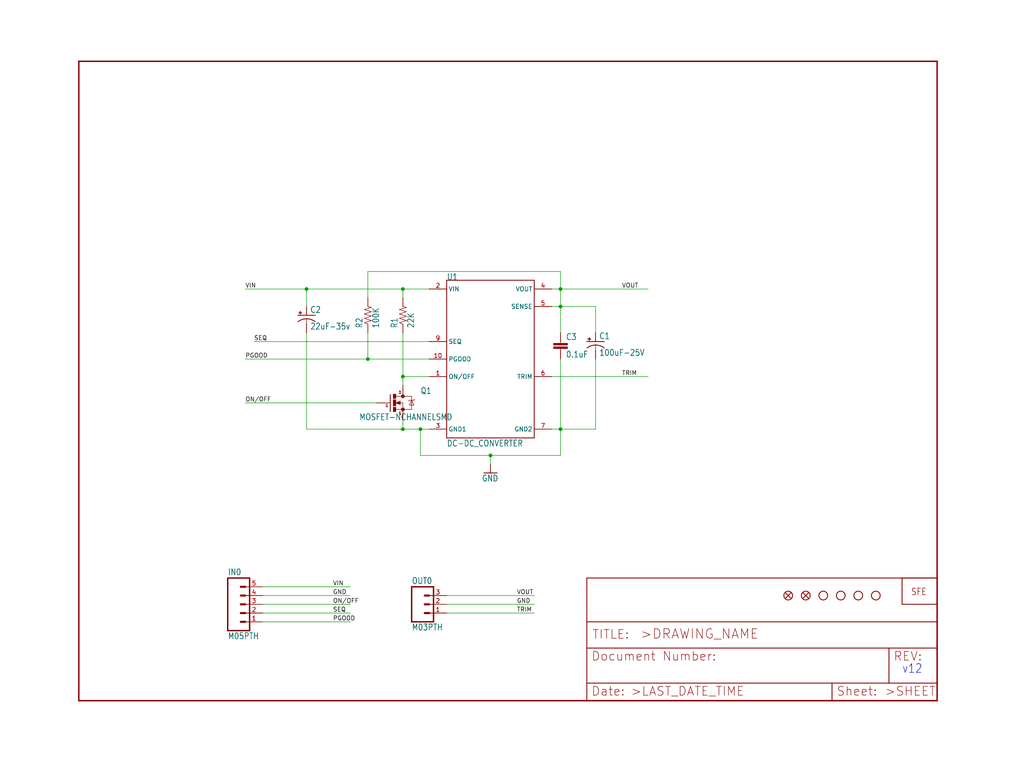
<source format=kicad_sch>
(kicad_sch (version 20211123) (generator eeschema)
  (paper "User" 297.002 223.926)
  (lib_symbols
    (symbol "eagleSchem-eagle-import:CAP0603-CAP"
      (property "Reference" "C" (at 1.524 2.921 0))
      (property "Value" "CAP0603-CAP" (at 1.524 -2.159 0))
      (symbol "CAP0603-CAP_1_0"
        (rectangle (start -2.032 0.508) (end 2.032 1.016) (fill (type outline)))
        (rectangle (start -2.032 1.524) (end 2.032 2.032) (fill (type outline)))
        (polyline (pts (xy 0 0) (xy 0 0.508)) (stroke (width 0.1524)))
        (polyline (pts (xy 0 2.54) (xy 0 2.032)) (stroke (width 0.1524)))
        (pin passive line (at 0 5.08 270) (length 2.54) (name "1") (number "1"))
        (pin passive line (at 0 -2.54 90) (length 2.54) (name "2") (number "2"))
      )
    )
    (symbol "eagleSchem-eagle-import:CAP_POL"
      (property "Reference" "C" (at 1.016 0.635 0))
      (property "Value" "CAP_POL" (at 1.016 -4.191 0))
      (symbol "CAP_POL_1_0"
        (rectangle (start -2.253 0.668) (end -1.364 0.795) (fill (type outline)))
        (rectangle (start -1.872 0.287) (end -1.745 1.176) (fill (type outline)))
        (arc (start 0 -1.0161) (mid -1.3021 -1.2302) (end -2.4669 -1.8504) (stroke (width 0.254)))
        (polyline (pts (xy -2.54 0) (xy 2.54 0)) (stroke (width 0.254)))
        (polyline (pts (xy 0 -1.016) (xy 0 -2.54)) (stroke (width 0.1524)))
        (arc (start 2.4892 -1.8542) (mid 1.3158 -1.2195) (end 0 -1) (stroke (width 0.254)))
        (pin passive line (at 0 2.54 270) (length 2.54) (name "+") (number "+"))
        (pin passive line (at 0 -5.08 90) (length 2.54) (name "-") (number "-"))
      )
    )
    (symbol "eagleSchem-eagle-import:CAP_POLC"
      (property "Reference" "C" (at 1.016 0.635 0))
      (property "Value" "CAP_POLC" (at 1.016 -4.191 0))
      (symbol "CAP_POLC_1_0"
        (rectangle (start -2.253 0.668) (end -1.364 0.795) (fill (type outline)))
        (rectangle (start -1.872 0.287) (end -1.745 1.176) (fill (type outline)))
        (arc (start 0 -1.0161) (mid -1.3021 -1.2302) (end -2.4669 -1.8504) (stroke (width 0.254)))
        (polyline (pts (xy -2.54 0) (xy 2.54 0)) (stroke (width 0.254)))
        (polyline (pts (xy 0 -1.016) (xy 0 -2.54)) (stroke (width 0.1524)))
        (arc (start 2.4892 -1.8542) (mid 1.3158 -1.2195) (end 0 -1) (stroke (width 0.254)))
        (pin passive line (at 0 2.54 270) (length 2.54) (name "+") (number "+"))
        (pin passive line (at 0 -5.08 90) (length 2.54) (name "-") (number "-"))
      )
    )
    (symbol "eagleSchem-eagle-import:DC-DC_CONVERTER"
      (property "Value" "DC-DC_CONVERTER" (at -12.7 -25.4 0))
      (symbol "DC-DC_CONVERTER_1_0"
        (polyline (pts (xy -12.7 -22.86) (xy 12.7 -22.86)) (stroke (width 0.254)))
        (polyline (pts (xy -12.7 22.86) (xy -12.7 -22.86)) (stroke (width 0.254)))
        (polyline (pts (xy 12.7 -22.86) (xy 12.7 22.86)) (stroke (width 0.254)))
        (polyline (pts (xy 12.7 22.86) (xy -12.7 22.86)) (stroke (width 0.254)))
        (pin bidirectional line (at -17.78 -5.08 0) (length 5.08) (name "ON/OFF") (number "1"))
        (pin bidirectional line (at -17.78 0 0) (length 5.08) (name "PGOOD") (number "10"))
        (pin bidirectional line (at -17.78 20.32 0) (length 5.08) (name "VIN") (number "2"))
        (pin bidirectional line (at -17.78 -20.32 0) (length 5.08) (name "GND1") (number "3"))
        (pin bidirectional line (at 17.78 20.32 180) (length 5.08) (name "VOUT") (number "4"))
        (pin bidirectional line (at 17.78 15.24 180) (length 5.08) (name "SENSE") (number "5"))
        (pin bidirectional line (at 17.78 -5.08 180) (length 5.08) (name "TRIM") (number "6"))
        (pin bidirectional line (at 17.78 -20.32 180) (length 5.08) (name "GND2") (number "7"))
        (pin bidirectional line (at -17.78 5.08 0) (length 5.08) (name "SEQ") (number "9"))
      )
    )
    (symbol "eagleSchem-eagle-import:FIDUCIAL1X2"
      (symbol "FIDUCIAL1X2_1_0"
        (polyline (pts (xy -0.762 0.762) (xy 0.762 -0.762)) (stroke (width 0.254)))
        (polyline (pts (xy 0.762 0.762) (xy -0.762 -0.762)) (stroke (width 0.254)))
        (circle (center 0 0) (radius 1.27) (stroke (width 0.254)))
      )
    )
    (symbol "eagleSchem-eagle-import:FRAME-LETTER"
      (symbol "FRAME-LETTER_1_0"
        (polyline (pts (xy 0 0) (xy 248.92 0)) (stroke (width 0.4064)))
        (polyline (pts (xy 0 185.42) (xy 0 0)) (stroke (width 0.4064)))
        (polyline (pts (xy 0 185.42) (xy 248.92 185.42)) (stroke (width 0.4064)))
        (polyline (pts (xy 248.92 185.42) (xy 248.92 0)) (stroke (width 0.4064)))
      )
      (symbol "FRAME-LETTER_2_0"
        (polyline (pts (xy 0 0) (xy 0 5.08)) (stroke (width 0.254)))
        (polyline (pts (xy 0 0) (xy 71.12 0)) (stroke (width 0.254)))
        (polyline (pts (xy 0 5.08) (xy 0 15.24)) (stroke (width 0.254)))
        (polyline (pts (xy 0 5.08) (xy 71.12 5.08)) (stroke (width 0.254)))
        (polyline (pts (xy 0 15.24) (xy 0 22.86)) (stroke (width 0.254)))
        (polyline (pts (xy 0 22.86) (xy 0 35.56)) (stroke (width 0.254)))
        (polyline (pts (xy 0 22.86) (xy 101.6 22.86)) (stroke (width 0.254)))
        (polyline (pts (xy 71.12 0) (xy 101.6 0)) (stroke (width 0.254)))
        (polyline (pts (xy 71.12 5.08) (xy 71.12 0)) (stroke (width 0.254)))
        (polyline (pts (xy 71.12 5.08) (xy 87.63 5.08)) (stroke (width 0.254)))
        (polyline (pts (xy 87.63 5.08) (xy 101.6 5.08)) (stroke (width 0.254)))
        (polyline (pts (xy 87.63 15.24) (xy 0 15.24)) (stroke (width 0.254)))
        (polyline (pts (xy 87.63 15.24) (xy 87.63 5.08)) (stroke (width 0.254)))
        (polyline (pts (xy 101.6 5.08) (xy 101.6 0)) (stroke (width 0.254)))
        (polyline (pts (xy 101.6 15.24) (xy 87.63 15.24)) (stroke (width 0.254)))
        (polyline (pts (xy 101.6 15.24) (xy 101.6 5.08)) (stroke (width 0.254)))
        (polyline (pts (xy 101.6 22.86) (xy 101.6 15.24)) (stroke (width 0.254)))
        (polyline (pts (xy 101.6 35.56) (xy 0 35.56)) (stroke (width 0.254)))
        (polyline (pts (xy 101.6 35.56) (xy 101.6 22.86)) (stroke (width 0.254)))
        (text ">DRAWING_NAME" (at 15.494 17.78 0) (effects (font (size 2.7432 2.7432)) (justify left bottom)))
        (text ">LAST_DATE_TIME" (at 12.7 1.27 0) (effects (font (size 2.54 2.54)) (justify left bottom)))
        (text ">SHEET" (at 86.36 1.27 0) (effects (font (size 2.54 2.54)) (justify left bottom)))
        (text "Date:" (at 1.27 1.27 0) (effects (font (size 2.54 2.54)) (justify left bottom)))
        (text "Document Number:" (at 1.27 11.43 0) (effects (font (size 2.54 2.54)) (justify left bottom)))
        (text "REV:" (at 88.9 11.43 0) (effects (font (size 2.54 2.54)) (justify left bottom)))
        (text "Sheet:" (at 72.39 1.27 0) (effects (font (size 2.54 2.54)) (justify left bottom)))
        (text "TITLE:" (at 1.524 17.78 0) (effects (font (size 2.54 2.54)) (justify left bottom)))
      )
    )
    (symbol "eagleSchem-eagle-import:GND" (power)
      (property "Value" "GND" (at -2.54 -2.54 0))
      (symbol "GND_1_0"
        (polyline (pts (xy -1.905 0) (xy 1.905 0)) (stroke (width 0.254)))
        (pin power_in line (at 0 2.54 270) (length 2.54) (name "GND") (number "1"))
      )
    )
    (symbol "eagleSchem-eagle-import:LOGO-SFENEW"
      (symbol "LOGO-SFENEW_1_0"
        (polyline (pts (xy -2.54 -2.54) (xy 7.62 -2.54)) (stroke (width 0.254)))
        (polyline (pts (xy -2.54 5.08) (xy -2.54 -2.54)) (stroke (width 0.254)))
        (polyline (pts (xy 7.62 -2.54) (xy 7.62 5.08)) (stroke (width 0.254)))
        (polyline (pts (xy 7.62 5.08) (xy -2.54 5.08)) (stroke (width 0.254)))
        (text "SFE" (at 0 0 0) (effects (font (size 1.9304 1.6408)) (justify left bottom)))
      )
    )
    (symbol "eagleSchem-eagle-import:M03PTH"
      (property "Reference" "JP" (at -2.54 5.842 0))
      (property "Value" "M03PTH" (at -2.54 -7.62 0))
      (symbol "M03PTH_1_0"
        (polyline (pts (xy -2.54 5.08) (xy -2.54 -5.08)) (stroke (width 0.4064)))
        (polyline (pts (xy -2.54 5.08) (xy 3.81 5.08)) (stroke (width 0.4064)))
        (polyline (pts (xy 1.27 -2.54) (xy 2.54 -2.54)) (stroke (width 0.6096)))
        (polyline (pts (xy 1.27 0) (xy 2.54 0)) (stroke (width 0.6096)))
        (polyline (pts (xy 1.27 2.54) (xy 2.54 2.54)) (stroke (width 0.6096)))
        (polyline (pts (xy 3.81 -5.08) (xy -2.54 -5.08)) (stroke (width 0.4064)))
        (polyline (pts (xy 3.81 -5.08) (xy 3.81 5.08)) (stroke (width 0.4064)))
        (pin passive line (at 7.62 -2.54 180) (length 5.08) (name "1") (number "1"))
        (pin passive line (at 7.62 0 180) (length 5.08) (name "2") (number "2"))
        (pin passive line (at 7.62 2.54 180) (length 5.08) (name "3") (number "3"))
      )
    )
    (symbol "eagleSchem-eagle-import:M05PTH"
      (property "Reference" "JP" (at -2.54 8.382 0))
      (property "Value" "M05PTH" (at -2.54 -10.16 0))
      (symbol "M05PTH_1_0"
        (polyline (pts (xy -2.54 7.62) (xy -2.54 -7.62)) (stroke (width 0.4064)))
        (polyline (pts (xy -2.54 7.62) (xy 3.81 7.62)) (stroke (width 0.4064)))
        (polyline (pts (xy 1.27 -5.08) (xy 2.54 -5.08)) (stroke (width 0.6096)))
        (polyline (pts (xy 1.27 -2.54) (xy 2.54 -2.54)) (stroke (width 0.6096)))
        (polyline (pts (xy 1.27 0) (xy 2.54 0)) (stroke (width 0.6096)))
        (polyline (pts (xy 1.27 2.54) (xy 2.54 2.54)) (stroke (width 0.6096)))
        (polyline (pts (xy 1.27 5.08) (xy 2.54 5.08)) (stroke (width 0.6096)))
        (polyline (pts (xy 3.81 -7.62) (xy -2.54 -7.62)) (stroke (width 0.4064)))
        (polyline (pts (xy 3.81 -7.62) (xy 3.81 7.62)) (stroke (width 0.4064)))
        (pin passive line (at 7.62 -5.08 180) (length 5.08) (name "1") (number "1"))
        (pin passive line (at 7.62 -2.54 180) (length 5.08) (name "2") (number "2"))
        (pin passive line (at 7.62 0 180) (length 5.08) (name "3") (number "3"))
        (pin passive line (at 7.62 2.54 180) (length 5.08) (name "4") (number "4"))
        (pin passive line (at 7.62 5.08 180) (length 5.08) (name "5") (number "5"))
      )
    )
    (symbol "eagleSchem-eagle-import:MOSFET-NCHANNELSMD"
      (property "Reference" "Q" (at 5.08 2.54 0))
      (property "Value" "MOSFET-NCHANNELSMD" (at 5.08 0 0))
      (symbol "MOSFET-NCHANNELSMD_1_0"
        (rectangle (start -2.794 -2.54) (end -2.032 -1.27) (fill (type outline)))
        (rectangle (start -2.794 -0.889) (end -2.032 0.889) (fill (type outline)))
        (rectangle (start -2.794 1.27) (end -2.032 2.54) (fill (type outline)))
        (circle (center 0 -1.905) (radius 0.127) (stroke (width 0.4064)))
        (polyline (pts (xy -3.81 0) (xy -5.08 0)) (stroke (width 0.1524)))
        (polyline (pts (xy -3.6576 2.413) (xy -3.6576 -2.54)) (stroke (width 0.254)))
        (polyline (pts (xy -2.032 -1.905) (xy 0 -1.905)) (stroke (width 0.1524)))
        (polyline (pts (xy -2.032 0) (xy -0.762 -0.508)) (stroke (width 0.1524)))
        (polyline (pts (xy -1.778 0) (xy -0.889 -0.254)) (stroke (width 0.3048)))
        (polyline (pts (xy -0.889 -0.254) (xy -0.889 0)) (stroke (width 0.3048)))
        (polyline (pts (xy -0.889 0) (xy -1.143 0)) (stroke (width 0.3048)))
        (polyline (pts (xy -0.889 0) (xy 0 0)) (stroke (width 0.1524)))
        (polyline (pts (xy -0.889 0.254) (xy -1.778 0)) (stroke (width 0.3048)))
        (polyline (pts (xy -0.762 -0.508) (xy -0.762 0.508)) (stroke (width 0.1524)))
        (polyline (pts (xy -0.762 0.508) (xy -2.032 0)) (stroke (width 0.1524)))
        (polyline (pts (xy 0 -1.905) (xy 0 -2.54)) (stroke (width 0.1524)))
        (polyline (pts (xy 0 0) (xy 0 -1.905)) (stroke (width 0.1524)))
        (polyline (pts (xy 0 1.905) (xy -2.0066 1.905)) (stroke (width 0.1524)))
        (polyline (pts (xy 0 1.905) (xy 2.54 1.905)) (stroke (width 0.1524)))
        (polyline (pts (xy 0 2.54) (xy 0 1.905)) (stroke (width 0.1524)))
        (polyline (pts (xy 1.905 -0.635) (xy 3.175 -0.635)) (stroke (width 0.1524)))
        (polyline (pts (xy 1.905 0.762) (xy 1.651 0.508)) (stroke (width 0.1524)))
        (polyline (pts (xy 1.905 0.762) (xy 2.54 0.762)) (stroke (width 0.1524)))
        (polyline (pts (xy 2.54 -1.905) (xy 0 -1.905)) (stroke (width 0.1524)))
        (polyline (pts (xy 2.54 0.762) (xy 1.905 -0.635)) (stroke (width 0.1524)))
        (polyline (pts (xy 2.54 0.762) (xy 2.54 -1.905)) (stroke (width 0.1524)))
        (polyline (pts (xy 2.54 0.762) (xy 3.175 0.762)) (stroke (width 0.1524)))
        (polyline (pts (xy 2.54 1.905) (xy 2.54 0.762)) (stroke (width 0.1524)))
        (polyline (pts (xy 3.175 -0.635) (xy 2.54 0.762)) (stroke (width 0.1524)))
        (polyline (pts (xy 3.175 0.762) (xy 3.429 1.016)) (stroke (width 0.1524)))
        (circle (center 0 1.905) (radius 0.127) (stroke (width 0.4064)))
        (text "D" (at -1.27 2.54 0) (effects (font (size 0.8128 0.6908)) (justify left bottom)))
        (text "G" (at -5.08 -1.27 0) (effects (font (size 0.8128 0.6908)) (justify left bottom)))
        (text "S" (at -1.27 -3.556 0) (effects (font (size 0.8128 0.6908)) (justify left bottom)))
        (pin passive line (at -7.62 0 0) (length 2.54) (name "G") (number "1"))
        (pin passive line (at 0 -5.08 90) (length 2.54) (name "S") (number "2"))
        (pin passive line (at 0 5.08 270) (length 2.54) (name "D") (number "3"))
      )
    )
    (symbol "eagleSchem-eagle-import:RESISTOR0603-RES"
      (property "Reference" "R" (at -3.81 1.4986 0))
      (property "Value" "RESISTOR0603-RES" (at -3.81 -3.302 0))
      (symbol "RESISTOR0603-RES_1_0"
        (polyline (pts (xy -2.54 0) (xy -2.159 1.016)) (stroke (width 0.1524)))
        (polyline (pts (xy -2.159 1.016) (xy -1.524 -1.016)) (stroke (width 0.1524)))
        (polyline (pts (xy -1.524 -1.016) (xy -0.889 1.016)) (stroke (width 0.1524)))
        (polyline (pts (xy -0.889 1.016) (xy -0.254 -1.016)) (stroke (width 0.1524)))
        (polyline (pts (xy -0.254 -1.016) (xy 0.381 1.016)) (stroke (width 0.1524)))
        (polyline (pts (xy 0.381 1.016) (xy 1.016 -1.016)) (stroke (width 0.1524)))
        (polyline (pts (xy 1.016 -1.016) (xy 1.651 1.016)) (stroke (width 0.1524)))
        (polyline (pts (xy 1.651 1.016) (xy 2.286 -1.016)) (stroke (width 0.1524)))
        (polyline (pts (xy 2.286 -1.016) (xy 2.54 0)) (stroke (width 0.1524)))
        (pin passive line (at -5.08 0 0) (length 2.54) (name "1") (number "1"))
        (pin passive line (at 5.08 0 180) (length 2.54) (name "2") (number "2"))
      )
    )
    (symbol "eagleSchem-eagle-import:STAND-OFF"
      (symbol "STAND-OFF_1_0"
        (circle (center 0 0) (radius 1.27) (stroke (width 0.254)))
      )
    )
  )
  (junction (at 116.84 83.82))
  (junction (at 142.24 132.08))
  (junction (at 106.68 104.14))
  (junction (at 162.56 88.9))
  (junction (at 162.56 124.46))
  (junction (at 88.9 83.82))
  (junction (at 121.92 124.46))
  (junction (at 162.56 83.82))
  (junction (at 116.84 124.46))
  (junction (at 116.84 109.22))
  (wire (pts (xy 160.02 109.22) (xy 187.96 109.22)))
  (wire (pts (xy 106.68 86.36) (xy 106.68 78.74)))
  (wire (pts (xy 88.9 96.52) (xy 88.9 124.46)))
  (wire (pts (xy 162.56 132.08) (xy 162.56 124.46)))
  (wire (pts (xy 106.68 78.74) (xy 162.56 78.74)))
  (wire (pts (xy 76.2 177.8) (xy 101.6 177.8)))
  (wire (pts (xy 121.92 132.08) (xy 142.24 132.08)))
  (wire (pts (xy 76.2 180.34) (xy 101.6 180.34)))
  (wire (pts (xy 172.72 88.9) (xy 162.56 88.9)))
  (wire (pts (xy 124.46 124.46) (xy 121.92 124.46)))
  (wire (pts (xy 106.68 96.52) (xy 106.68 104.14)))
  (wire (pts (xy 76.2 172.72) (xy 101.6 172.72)))
  (wire (pts (xy 121.92 124.46) (xy 121.92 132.08)))
  (wire (pts (xy 88.9 88.9) (xy 88.9 83.82)))
  (wire (pts (xy 162.56 88.9) (xy 162.56 83.82)))
  (wire (pts (xy 129.54 172.72) (xy 154.94 172.72)))
  (wire (pts (xy 162.56 96.52) (xy 162.56 88.9)))
  (wire (pts (xy 106.68 104.14) (xy 71.12 104.14)))
  (wire (pts (xy 76.2 175.26) (xy 101.6 175.26)))
  (wire (pts (xy 160.02 83.82) (xy 162.56 83.82)))
  (wire (pts (xy 116.84 124.46) (xy 121.92 124.46)))
  (wire (pts (xy 76.2 170.18) (xy 101.6 170.18)))
  (wire (pts (xy 172.72 124.46) (xy 162.56 124.46)))
  (wire (pts (xy 116.84 96.52) (xy 116.84 109.22)))
  (wire (pts (xy 116.84 109.22) (xy 116.84 111.76)))
  (wire (pts (xy 172.72 88.9) (xy 172.72 96.52)))
  (wire (pts (xy 116.84 83.82) (xy 116.84 86.36)))
  (wire (pts (xy 124.46 104.14) (xy 106.68 104.14)))
  (wire (pts (xy 124.46 83.82) (xy 116.84 83.82)))
  (wire (pts (xy 116.84 121.92) (xy 116.84 124.46)))
  (wire (pts (xy 172.72 104.14) (xy 172.72 124.46)))
  (wire (pts (xy 129.54 175.26) (xy 154.94 175.26)))
  (wire (pts (xy 162.56 124.46) (xy 160.02 124.46)))
  (wire (pts (xy 162.56 83.82) (xy 187.96 83.82)))
  (wire (pts (xy 124.46 109.22) (xy 116.84 109.22)))
  (wire (pts (xy 88.9 83.82) (xy 71.12 83.82)))
  (wire (pts (xy 142.24 132.08) (xy 162.56 132.08)))
  (wire (pts (xy 142.24 134.62) (xy 142.24 132.08)))
  (wire (pts (xy 160.02 88.9) (xy 162.56 88.9)))
  (wire (pts (xy 124.46 99.06) (xy 73.66 99.06)))
  (wire (pts (xy 129.54 177.8) (xy 154.94 177.8)))
  (wire (pts (xy 109.22 116.84) (xy 71.12 116.84)))
  (wire (pts (xy 116.84 83.82) (xy 88.9 83.82)))
  (wire (pts (xy 162.56 104.14) (xy 162.56 124.46)))
  (wire (pts (xy 116.84 124.46) (xy 88.9 124.46)))
  (wire (pts (xy 162.56 78.74) (xy 162.56 83.82)))
  (text "v12" (at 261.62 195.58 180) (effects (font (size 2.54 2.159)) (justify left bottom)))
  (label "PGOOD" (at 71.12 104.14 0) (effects (font (size 1.2446 1.2446))))
  (label "ON/OFF" (at 96.52 175.26 0) (effects (font (size 1.2446 1.2446))))
  (label "VIN" (at 71.12 83.82 0) (effects (font (size 1.2446 1.2446))))
  (label "GND" (at 149.86 175.26 0) (effects (font (size 1.2446 1.2446))))
  (label "VOUT" (at 180.34 83.82 0) (effects (font (size 1.2446 1.2446))))
  (label "PGOOD" (at 96.52 180.34 0) (effects (font (size 1.2446 1.2446))))
  (label "VOUT" (at 149.86 172.72 0) (effects (font (size 1.2446 1.2446))))
  (label "SEQ" (at 96.52 177.8 0) (effects (font (size 1.2446 1.2446))))
  (label "VIN" (at 96.52 170.18 0) (effects (font (size 1.2446 1.2446))))
  (label "ON/OFF" (at 71.12 116.84 0) (effects (font (size 1.2446 1.2446))))
  (label "TRIM" (at 149.86 177.8 0) (effects (font (size 1.2446 1.2446))))
  (label "TRIM" (at 180.34 109.22 0) (effects (font (size 1.2446 1.2446))))
  (label "GND" (at 96.52 172.72 0) (effects (font (size 1.2446 1.2446))))
  (label "SEQ" (at 73.66 99.06 0) (effects (font (size 1.2446 1.2446))))
  (symbol (lib_id "eagleSchem-eagle-import:FIDUCIAL1X2") (at 228.6 172.72 0) (unit 1)
    (property "Reference" "FID2" (effects hide))
    (property "Value" "FIDUCIAL1X2" (effects hide))
    (property "Footprint" "eagleSchem:FIDUCIAL-1X2" (effects hide))
  )
  (symbol (lib_id "eagleSchem-eagle-import:STAND-OFF") (at 243.84 172.72 0) (unit 1)
    (property "Reference" "U$4" (effects hide))
    (property "Value" "STAND-OFF" (effects hide))
    (property "Footprint" "eagleSchem:STAND-OFF" (effects hide))
  )
  (symbol (lib_id "eagleSchem-eagle-import:STAND-OFF") (at 238.76 172.72 0) (unit 1)
    (property "Reference" "U$5" (effects hide))
    (property "Value" "STAND-OFF" (effects hide))
    (property "Footprint" "eagleSchem:STAND-OFF" (effects hide))
  )
  (symbol (lib_id "eagleSchem-eagle-import:M03PTH") (at 121.92 175.26 0) (unit 1)
    (property "Reference" "OUT0" (at 119.38 169.418 0) (effects (font (size 1.778 1.5113)) (justify left bottom)))
    (property "Value" "M03PTH" (at 119.38 182.88 0) (effects (font (size 1.778 1.5113)) (justify left bottom)))
    (property "Footprint" "eagleSchem:1X03" (effects hide))
  )
  (symbol (lib_id "eagleSchem-eagle-import:STAND-OFF") (at 248.92 172.72 0) (unit 1)
    (property "Reference" "U$3" (effects hide))
    (property "Value" "STAND-OFF" (effects hide))
    (property "Footprint" "eagleSchem:STAND-OFF" (effects hide))
  )
  (symbol (lib_id "eagleSchem-eagle-import:CAP_POLC") (at 88.9 91.44 0) (unit 1)
    (property "Reference" "C2" (at 89.916 90.805 0) (effects (font (size 1.778 1.5113)) (justify left bottom)))
    (property "Value" "22uF-35v" (at 89.916 95.631 0) (effects (font (size 1.778 1.5113)) (justify left bottom)))
    (property "Footprint" "eagleSchem:PANASONIC_C" (effects hide))
  )
  (symbol (lib_id "eagleSchem-eagle-import:LOGO-SFENEW") (at 264.16 172.72 0) (unit 1)
    (property "Reference" "U$2" (effects hide))
    (property "Value" "LOGO-SFENEW" (effects hide))
    (property "Footprint" "eagleSchem:SFE-NEW-WEBLOGO" (effects hide))
  )
  (symbol (lib_id "eagleSchem-eagle-import:CAP_POL") (at 172.72 99.06 0) (unit 1)
    (property "Reference" "C1" (at 173.736 98.425 0) (effects (font (size 1.778 1.5113)) (justify left bottom)))
    (property "Value" "100uF-25V" (at 173.736 103.251 0) (effects (font (size 1.778 1.5113)) (justify left bottom)))
    (property "Footprint" "eagleSchem:NIPPON_F80" (effects hide))
  )
  (symbol (lib_id "eagleSchem-eagle-import:CAP0603-CAP") (at 162.56 101.6 0) (unit 1)
    (property "Reference" "C3" (at 164.084 98.679 0) (effects (font (size 1.778 1.5113)) (justify left bottom)))
    (property "Value" "0.1uF" (at 164.084 103.759 0) (effects (font (size 1.778 1.5113)) (justify left bottom)))
    (property "Footprint" "eagleSchem:0603-CAP" (effects hide))
  )
  (symbol (lib_id "eagleSchem-eagle-import:FRAME-LETTER") (at 22.86 203.2 0) (unit 1)
    (property "Reference" "#FRAME1" (effects hide))
    (property "Value" "FRAME-LETTER" (effects hide))
    (property "Footprint" "eagleSchem:" (effects hide))
  )
  (symbol (lib_id "eagleSchem-eagle-import:RESISTOR0603-RES") (at 106.68 91.44 90) (unit 1)
    (property "Reference" "R2" (at 105.1814 95.25 0) (effects (font (size 1.778 1.5113)) (justify left bottom)))
    (property "Value" "100K" (at 109.982 95.25 0) (effects (font (size 1.778 1.5113)) (justify left bottom)))
    (property "Footprint" "eagleSchem:0603-RES" (effects hide))
  )
  (symbol (lib_id "eagleSchem-eagle-import:STAND-OFF") (at 254 172.72 0) (unit 1)
    (property "Reference" "U$1" (effects hide))
    (property "Value" "STAND-OFF" (effects hide))
    (property "Footprint" "eagleSchem:STAND-OFF" (effects hide))
  )
  (symbol (lib_id "eagleSchem-eagle-import:MOSFET-NCHANNELSMD") (at 116.84 116.84 0) (unit 1)
    (property "Reference" "Q1" (at 121.92 114.3 0) (effects (font (size 1.778 1.5113)) (justify left bottom)))
    (property "Value" "MOSFET-NCHANNELSMD" (at 104.14 121.92 0) (effects (font (size 1.778 1.5113)) (justify left bottom)))
    (property "Footprint" "eagleSchem:SOT23-3" (effects hide))
  )
  (symbol (lib_id "eagleSchem-eagle-import:M05PTH") (at 68.58 175.26 0) (unit 1)
    (property "Reference" "IN0" (at 66.04 166.878 0) (effects (font (size 1.778 1.5113)) (justify left bottom)))
    (property "Value" "M05PTH" (at 66.04 185.42 0) (effects (font (size 1.778 1.5113)) (justify left bottom)))
    (property "Footprint" "eagleSchem:1X05" (effects hide))
  )
  (symbol (lib_id "eagleSchem-eagle-import:GND") (at 142.24 137.16 0) (unit 1)
    (property "Reference" "#GND1" (effects hide))
    (property "Value" "GND" (at 139.7 139.7 0) (effects (font (size 1.778 1.5113)) (justify left bottom)))
    (property "Footprint" "eagleSchem:" (effects hide))
  )
  (symbol (lib_id "eagleSchem-eagle-import:RESISTOR0603-RES") (at 116.84 91.44 90) (unit 1)
    (property "Reference" "R1" (at 115.3414 95.25 0) (effects (font (size 1.778 1.5113)) (justify left bottom)))
    (property "Value" "22K" (at 120.142 95.25 0) (effects (font (size 1.778 1.5113)) (justify left bottom)))
    (property "Footprint" "eagleSchem:0603-RES" (effects hide))
  )
  (symbol (lib_id "eagleSchem-eagle-import:FRAME-LETTER") (at 170.18 203.2 0) (unit 2)
    (property "Reference" "#FRAME1" (effects hide))
    (property "Value" "FRAME-LETTER" (effects hide))
    (property "Footprint" "eagleSchem:" (effects hide))
  )
  (symbol (lib_id "eagleSchem-eagle-import:DC-DC_CONVERTER") (at 142.24 104.14 0) (unit 1)
    (property "Reference" "U1" (at 129.54 81.28 0) (effects (font (size 1.778 1.5113)) (justify left bottom)))
    (property "Value" "DC-DC_CONVERTER" (at 129.54 129.54 0) (effects (font (size 1.778 1.5113)) (justify left bottom)))
    (property "Footprint" "eagleSchem:DC-DC_CONVERTER" (effects hide))
  )
  (symbol (lib_id "eagleSchem-eagle-import:FIDUCIAL1X2") (at 233.68 172.72 0) (unit 1)
    (property "Reference" "FID1" (effects hide))
    (property "Value" "FIDUCIAL1X2" (effects hide))
    (property "Footprint" "eagleSchem:FIDUCIAL-1X2" (effects hide))
  )
)
</source>
